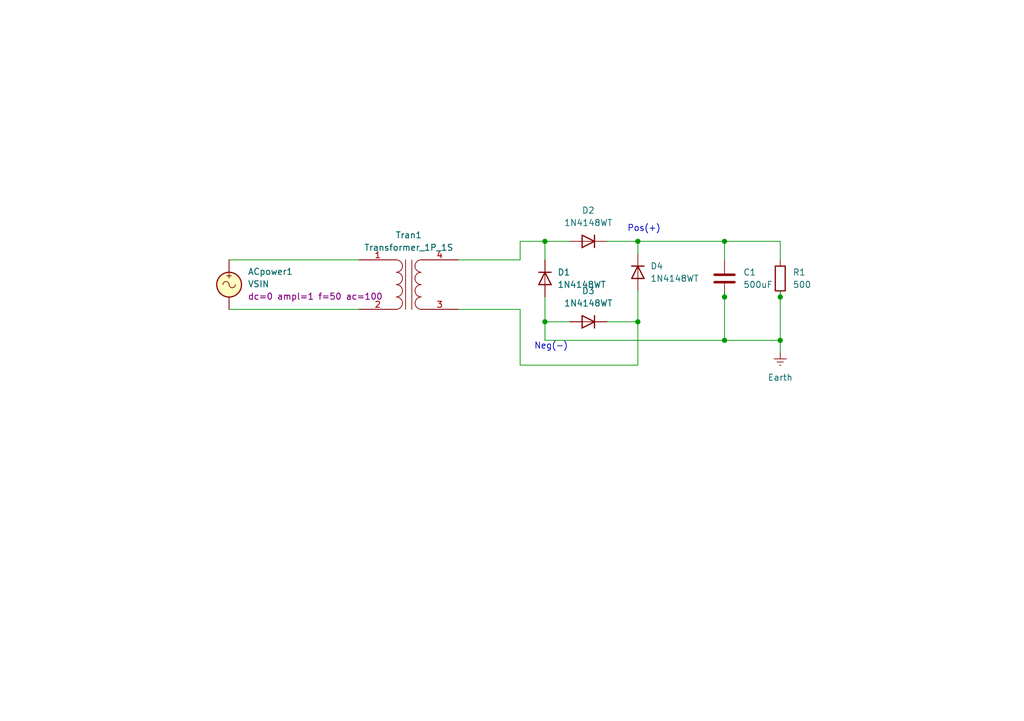
<source format=kicad_sch>
(kicad_sch (version 20231120) (generator "eeschema") (generator_version "8.0")
  (paper "A5")
  (lib_symbols
    (symbol "Device:C" (pin_numbers hide) (pin_names (offset 0.254))
      (property "Reference" "C" (at 0.635 2.54 0))
      (property "Value" "C" (at 0.635 -2.54 0))
      (symbol "C_0_1"
        (polyline (pts (xy -2.032 -0.762) (xy 2.032 -0.762)) (stroke (width 0.508)))
        (polyline (pts (xy -2.032 0.762) (xy 2.032 0.762)) (stroke (width 0.508)))
      )
      (symbol "C_1_1"
        (pin passive line (at 0 3.81 270) (length 2.794) (name "~") (number "1"))
        (pin passive line (at 0 -3.81 90) (length 2.794) (name "~") (number "2"))
      )
    )
    (symbol "Device:R" (pin_numbers hide) (pin_names (offset 0))
      (property "Reference" "R" (at 2.032 0 90))
      (property "Value" "R" (at 0 0 90))
      (symbol "R_0_1"
        (rectangle (start -1.016 -2.54) (end 1.016 2.54) (stroke (width 0.254)))
      )
      (symbol "R_1_1"
        (pin passive line (at 0 3.81 270) (length 1.27) (name "~") (number "1"))
        (pin passive line (at 0 -3.81 90) (length 1.27) (name "~") (number "2"))
      )
    )
    (symbol "Device:Transformer_1P_1S" (pin_names (offset 1.016) hide)
      (property "Reference" "T" (at 0 6.35 0))
      (property "Value" "Transformer_1P_1S" (at 0 -7.62 0))
      (symbol "Transformer_1P_1S_0_1"
        (arc (start -2.54 -5.0546) (mid -1.6599 -4.6901) (end -1.27 -3.81))
        (arc (start -2.54 -2.5146) (mid -1.6599 -2.1501) (end -1.27 -1.27))
        (arc (start -2.54 0.0254) (mid -1.6599 0.3899) (end -1.27 1.27))
        (arc (start -2.54 2.5654) (mid -1.6599 2.9299) (end -1.27 3.81))
        (arc (start -1.27 -3.81) (mid -1.642 -2.912) (end -2.54 -2.54))
        (arc (start -1.27 -1.27) (mid -1.642 -0.372) (end -2.54 0))
        (arc (start -1.27 1.27) (mid -1.642 2.168) (end -2.54 2.54))
        (arc (start -1.27 3.81) (mid -1.642 4.708) (end -2.54 5.08))
        (polyline (pts (xy -0.635 5.08) (xy -0.635 -5.08)))
        (polyline (pts (xy 0.635 -5.08) (xy 0.635 5.08)))
        (arc (start 1.2954 -1.27) (mid 1.6599 -2.1501) (end 2.54 -2.5146))
        (arc (start 1.2954 1.27) (mid 1.6599 0.3899) (end 2.54 0.0254))
        (arc (start 1.2954 3.81) (mid 1.6599 2.9299) (end 2.54 2.5654))
        (arc (start 1.3208 -3.81) (mid 1.6853 -4.6901) (end 2.5654 -5.0546))
        (arc (start 2.54 0) (mid 1.642 -0.372) (end 1.2954 -1.27))
        (arc (start 2.54 2.54) (mid 1.642 2.168) (end 1.2954 1.27))
        (arc (start 2.54 5.08) (mid 1.642 4.708) (end 1.2954 3.81))
        (arc (start 2.5654 -2.54) (mid 1.6674 -2.912) (end 1.3208 -3.81))
      )
      (symbol "Transformer_1P_1S_1_1"
        (pin passive line (at -10.16 5.08 0) (length 7.62) (name "AA") (number "1"))
        (pin passive line (at -10.16 -5.08 0) (length 7.62) (name "AB") (number "2"))
        (pin passive line (at 10.16 -5.08 180) (length 7.62) (name "SA") (number "3"))
        (pin passive line (at 10.16 5.08 180) (length 7.62) (name "SB") (number "4"))
      )
    )
    (symbol "Diode:1N4148WT" (pin_numbers hide) (pin_names hide)
      (property "Reference" "D" (at 0 2.54 0))
      (property "Value" "1N4148WT" (at 0 -2.54 0))
      (symbol "1N4148WT_0_1"
        (polyline (pts (xy -1.27 1.27) (xy -1.27 -1.27)) (stroke (width 0.254)))
        (polyline (pts (xy 1.27 0) (xy -1.27 0)))
        (polyline (pts (xy 1.27 1.27) (xy 1.27 -1.27) (xy -1.27 0) (xy 1.27 1.27)) (stroke (width 0.254)))
      )
      (symbol "1N4148WT_1_1"
        (pin passive line (at -3.81 0 0) (length 2.54) (name "K") (number "1"))
        (pin passive line (at 3.81 0 180) (length 2.54) (name "A") (number "2"))
      )
    )
    (symbol "Simulation_SPICE:VSIN" (pin_numbers hide) (pin_names (offset 0.0254))
      (property "Reference" "V" (at 2.54 2.54 0))
      (property "Value" "VSIN" (at 2.54 0 0))
      (property "Sim.Params" "dc=0 ampl=1 f=1k ac=1" (at 2.54 -2.54 0))
      (symbol "VSIN_0_0"
        (arc (start 0 0) (mid -0.635 0.6323) (end -1.27 0))
        (arc (start 0 0) (mid 0.635 -0.6323) (end 1.27 0))
        (text "+" (at 0 1.905 0) (effects (font (size 1.27 1.27))))
      )
      (symbol "VSIN_0_1"
        (circle (center 0 0) (radius 2.54) (stroke (width 0.254)) (fill (type background)))
      )
      (symbol "VSIN_1_1"
        (pin passive line (at 0 5.08 270) (length 2.54) (name "~") (number "1"))
        (pin passive line (at 0 -5.08 90) (length 2.54) (name "~") (number "2"))
      )
    )
    (symbol "power:Earth" (power) (pin_numbers hide) (pin_names (offset 0) hide)
      (property "Value" "Earth" (at 0 -3.81 0))
      (symbol "Earth_0_1"
        (polyline (pts (xy -0.635 -1.905) (xy 0.635 -1.905)))
        (polyline (pts (xy -0.127 -2.54) (xy 0.127 -2.54)))
        (polyline (pts (xy 0 -1.27) (xy 0 0)))
        (polyline (pts (xy 1.27 -1.27) (xy -1.27 -1.27)))
      )
      (symbol "Earth_1_1"
        (pin power_in line (at 0 0 270) (length 0) (name "~") (number "1"))
      )
    )
  )
  (junction (at 111.76 66.04))
  (junction (at 130.81 66.04))
  (junction (at 160.02 69.85))
  (junction (at 130.81 49.53))
  (junction (at 148.59 60.96))
  (junction (at 148.59 69.85))
  (junction (at 160.02 60.96))
  (junction (at 148.59 49.53))
  (junction (at 111.76 49.53))
  (wire (pts (xy 111.76 66.04) (xy 116.84 66.04)))
  (wire (pts (xy 111.76 69.85) (xy 148.59 69.85)))
  (wire (pts (xy 111.76 66.04) (xy 111.76 69.85)))
  (wire (pts (xy 106.68 53.34) (xy 106.68 49.53)))
  (wire (pts (xy 130.81 49.53) (xy 148.59 49.53)))
  (wire (pts (xy 106.68 49.53) (xy 111.76 49.53)))
  (wire (pts (xy 130.81 66.04) (xy 130.81 59.69)))
  (wire (pts (xy 46.99 63.5) (xy 73.66 63.5)))
  (wire (pts (xy 148.59 69.85) (xy 160.02 69.85)))
  (wire (pts (xy 148.59 53.34) (xy 148.59 49.53)))
  (wire (pts (xy 148.59 60.96) (xy 148.59 69.85)))
  (wire (pts (xy 111.76 53.34) (xy 111.76 49.53)))
  (wire (pts (xy 130.81 49.53) (xy 130.81 52.07)))
  (wire (pts (xy 160.02 59.69) (xy 160.02 60.96)))
  (wire (pts (xy 160.02 72.39) (xy 160.02 69.85)))
  (wire (pts (xy 106.68 74.93) (xy 130.81 74.93)))
  (wire (pts (xy 130.81 74.93) (xy 130.81 66.04)))
  (wire (pts (xy 160.02 49.53) (xy 160.02 53.34)))
  (wire (pts (xy 148.59 59.69) (xy 148.59 60.96)))
  (wire (pts (xy 93.98 63.5) (xy 106.68 63.5)))
  (wire (pts (xy 111.76 49.53) (xy 116.84 49.53)))
  (wire (pts (xy 46.99 53.34) (xy 73.66 53.34)))
  (wire (pts (xy 106.68 63.5) (xy 106.68 74.93)))
  (wire (pts (xy 124.46 66.04) (xy 130.81 66.04)))
  (wire (pts (xy 111.76 60.96) (xy 111.76 66.04)))
  (wire (pts (xy 124.46 49.53) (xy 130.81 49.53)))
  (wire (pts (xy 93.98 53.34) (xy 106.68 53.34)))
  (wire (pts (xy 160.02 60.96) (xy 160.02 69.85)))
  (wire (pts (xy 148.59 49.53) (xy 160.02 49.53)))
  (text "Neg(-)\n" (at 113.03 71.12 0) (effects (font (size 1.27 1.27))))
  (text "Pos(+)\n" (at 132.08 46.99 0) (effects (font (size 1.27 1.27))))
  (symbol (lib_id "Device:Transformer_1P_1S") (at 83.82 58.42 0) (unit 1)
    (property "Reference" "Tran1" (at 83.8327 48.26 0))
    (property "Value" "Transformer_1P_1S" (at 83.8327 50.8 0))
    (property "Footprint" "Transistor_Power:GaN_Systems_GaNPX-3_5x6.6mm_Drain3.76x0.6mm" (effects (hide yes)))
    (property "Description" "Transformer, single primary, single secondary" (effects (hide yes)))
  )
  (symbol (lib_id "Diode:1N4148WT") (at 130.81 55.88 270) (unit 1)
    (property "Reference" "D4" (at 133.35 54.6099 90) (effects (justify left)))
    (property "Value" "1N4148WT" (at 133.35 57.1499 90) (effects (justify left)))
    (property "Footprint" "Diode_SMD:D_SOD-523" (effects (hide yes)))
    (property "Datasheet" "https://www.diodes.com/assets/Datasheets/ds30396.pdf" (effects (hide yes)))
    (property "Description" "75V 0.15A Fast switching Diode, SOD-523" (effects (hide yes)))
    (property "Sim.Device" "D" (effects (hide yes)))
    (property "Sim.Pins" "1=K 2=A" (effects (hide yes)))
  )
  (symbol (lib_id "Simulation_SPICE:VSIN") (at 46.99 58.42 0) (unit 1)
    (property "Reference" "ACpower1" (at 50.8 55.7501 0) (effects (justify left)))
    (property "Value" "VSIN" (at 50.8 58.2901 0) (effects (justify left)))
    (property "Datasheet" "https://ngspice.sourceforge.io/docs/ngspice-html-manual/manual.xhtml#sec_Independent_Sources_for" (effects (hide yes)))
    (property "Description" "Voltage source, sinusoidal" (effects (hide yes)))
    (property "Sim.Pins" "1=+ 2=-" (effects (hide yes)))
    (property "Sim.Params" "dc=0 ampl=1 f=50 ac=100" (at 50.8 60.8301 0) (effects (justify left)))
    (property "Sim.Type" "SIN" (effects (hide yes)))
    (property "Sim.Device" "V" (effects (hide yes)))
  )
  (symbol (lib_id "Device:R") (at 160.02 57.15 0) (unit 1)
    (property "Reference" "R1" (at 162.56 55.8799 0) (effects (justify left)))
    (property "Value" "500" (at 162.56 58.4199 0) (effects (justify left)))
    (property "Footprint" "Resistor_THT:R_Axial_DIN0617_L17.0mm_D6.0mm_P7.62mm_Vertical" (effects (hide yes)))
    (property "Description" "Resistor" (effects (hide yes)))
  )
  (symbol (lib_id "power:Earth") (at 160.02 72.39 0) (unit 1)
    (property "Reference" "#PWR01" (effects (hide yes)))
    (property "Value" "Earth" (at 160.02 77.47 0))
    (property "Description" "Power symbol creates a global label with name \"Earth\"" (effects (hide yes)))
  )
  (symbol (lib_id "Diode:1N4148WT") (at 111.76 57.15 270) (unit 1)
    (property "Reference" "D1" (at 114.3 55.8799 90) (effects (justify left)))
    (property "Value" "1N4148WT" (at 114.3 58.4199 90) (effects (justify left)))
    (property "Footprint" "Diode_SMD:D_SOD-523" (effects (hide yes)))
    (property "Datasheet" "https://www.diodes.com/assets/Datasheets/ds30396.pdf" (effects (hide yes)))
    (property "Description" "75V 0.15A Fast switching Diode, SOD-523" (effects (hide yes)))
    (property "Sim.Device" "D" (effects (hide yes)))
    (property "Sim.Pins" "1=K 2=A" (effects (hide yes)))
  )
  (symbol (lib_id "Diode:1N4148WT") (at 120.65 49.53 180) (unit 1)
    (property "Reference" "D2" (at 120.65 43.18 0))
    (property "Value" "1N4148WT" (at 120.65 45.72 0))
    (property "Footprint" "Diode_SMD:D_SOD-523" (effects (hide yes)))
    (property "Datasheet" "https://www.diodes.com/assets/Datasheets/ds30396.pdf" (effects (hide yes)))
    (property "Description" "75V 0.15A Fast switching Diode, SOD-523" (effects (hide yes)))
    (property "Sim.Device" "D" (effects (hide yes)))
    (property "Sim.Pins" "1=K 2=A" (effects (hide yes)))
  )
  (symbol (lib_id "Diode:1N4148WT") (at 120.65 66.04 180) (unit 1)
    (property "Reference" "D3" (at 120.65 59.69 0))
    (property "Value" "1N4148WT" (at 120.65 62.23 0))
    (property "Footprint" "Diode_SMD:D_SOD-523" (effects (hide yes)))
    (property "Datasheet" "https://www.diodes.com/assets/Datasheets/ds30396.pdf" (effects (hide yes)))
    (property "Description" "75V 0.15A Fast switching Diode, SOD-523" (effects (hide yes)))
    (property "Sim.Device" "D" (effects (hide yes)))
    (property "Sim.Pins" "1=K 2=A" (effects (hide yes)))
  )
  (symbol (lib_id "Device:C") (at 148.59 57.15 0) (unit 1)
    (property "Reference" "C1" (at 152.4 55.8799 0) (effects (justify left)))
    (property "Value" "500uF" (at 152.4 58.4199 0) (effects (justify left)))
    (property "Footprint" "Capacitor_THT:CP_Radial_D10.0mm_P5.00mm_P7.50mm" (effects (hide yes)))
    (property "Description" "Unpolarized capacitor" (effects (hide yes)))
  )
)
</source>
